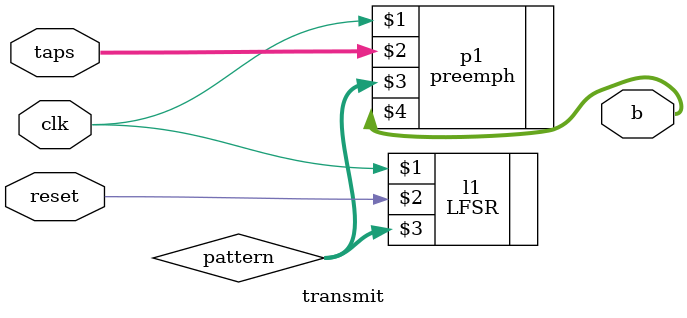
<source format=v>

module transmit(
input clk ,
input reset ,
input signed [2:0] taps ,
output signed [7:0] b 
);
wire signed [7:0] pattern ;

LFSR l1(clk,reset,pattern);
preemph p1(clk,taps,pattern,b);

endmodule

</source>
